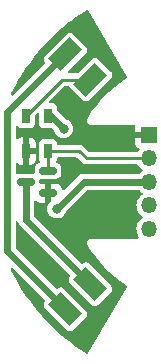
<source format=gbr>
%TF.GenerationSoftware,KiCad,Pcbnew,(6.0.7)*%
%TF.CreationDate,2022-08-13T19:12:00+02:00*%
%TF.ProjectId,Helios_PCB,48656c69-6f73-45f5-9043-422e6b696361,rev?*%
%TF.SameCoordinates,Original*%
%TF.FileFunction,Copper,L2,Bot*%
%TF.FilePolarity,Positive*%
%FSLAX46Y46*%
G04 Gerber Fmt 4.6, Leading zero omitted, Abs format (unit mm)*
G04 Created by KiCad (PCBNEW (6.0.7)) date 2022-08-13 19:12:00*
%MOMM*%
%LPD*%
G01*
G04 APERTURE LIST*
G04 Aperture macros list*
%AMRoundRect*
0 Rectangle with rounded corners*
0 $1 Rounding radius*
0 $2 $3 $4 $5 $6 $7 $8 $9 X,Y pos of 4 corners*
0 Add a 4 corners polygon primitive as box body*
4,1,4,$2,$3,$4,$5,$6,$7,$8,$9,$2,$3,0*
0 Add four circle primitives for the rounded corners*
1,1,$1+$1,$2,$3*
1,1,$1+$1,$4,$5*
1,1,$1+$1,$6,$7*
1,1,$1+$1,$8,$9*
0 Add four rect primitives between the rounded corners*
20,1,$1+$1,$2,$3,$4,$5,0*
20,1,$1+$1,$4,$5,$6,$7,0*
20,1,$1+$1,$6,$7,$8,$9,0*
20,1,$1+$1,$8,$9,$2,$3,0*%
%AMRotRect*
0 Rectangle, with rotation*
0 The origin of the aperture is its center*
0 $1 length*
0 $2 width*
0 $3 Rotation angle, in degrees counterclockwise*
0 Add horizontal line*
21,1,$1,$2,0,0,$3*%
G04 Aperture macros list end*
%TA.AperFunction,ComponentPad*%
%ADD10R,1.350000X1.350000*%
%TD*%
%TA.AperFunction,ComponentPad*%
%ADD11O,1.350000X1.350000*%
%TD*%
%TA.AperFunction,SMDPad,CuDef*%
%ADD12RotRect,1.500000X2.600000X225.000000*%
%TD*%
%TA.AperFunction,SMDPad,CuDef*%
%ADD13RoundRect,0.150000X0.587500X0.150000X-0.587500X0.150000X-0.587500X-0.150000X0.587500X-0.150000X0*%
%TD*%
%TA.AperFunction,SMDPad,CuDef*%
%ADD14R,0.700000X1.300000*%
%TD*%
%TA.AperFunction,SMDPad,CuDef*%
%ADD15RotRect,1.500000X2.600000X315.000000*%
%TD*%
%TA.AperFunction,ViaPad*%
%ADD16C,0.800000*%
%TD*%
%TA.AperFunction,Conductor*%
%ADD17C,0.600000*%
%TD*%
%TA.AperFunction,Conductor*%
%ADD18C,0.250000*%
%TD*%
G04 APERTURE END LIST*
D10*
%TO.P,J0,1,Pin_1*%
%TO.N,GND*%
X153837500Y-95500000D03*
D11*
%TO.P,J0,2,Pin_2*%
%TO.N,LED*%
X153837500Y-97500000D03*
%TO.P,J0,3,Pin_3*%
%TO.N,VCC*%
X153837500Y-99500000D03*
%TO.P,J0,4,Pin_4*%
%TO.N,O0*%
X153837500Y-101500000D03*
%TO.P,J0,5,Pin_5*%
%TO.N,O1*%
X153837500Y-103500000D03*
%TD*%
D12*
%TO.P,D1,1,K*%
%TO.N,Net-(D1-Pad1)*%
X148873160Y-108164340D03*
%TO.P,D1,2,A*%
%TO.N,Net-(D0-Pad1)*%
X146751840Y-110285660D03*
%TD*%
D13*
%TO.P,Q0,1,G*%
%TO.N,LED*%
X145275000Y-98550000D03*
%TO.P,Q0,2,S*%
%TO.N,GND*%
X145275000Y-100450000D03*
%TO.P,Q0,3,D*%
%TO.N,Net-(D1-Pad1)*%
X143400000Y-99500000D03*
%TD*%
D14*
%TO.P,R2,1*%
%TO.N,Net-(R2-Pad1)*%
X143387500Y-93900000D03*
%TO.P,R2,2*%
%TO.N,VCC*%
X145287500Y-93900000D03*
%TD*%
D15*
%TO.P,D0,1,K*%
%TO.N,Net-(D0-Pad1)*%
X146751840Y-88714340D03*
%TO.P,D0,2,A*%
%TO.N,Net-(R2-Pad1)*%
X148873160Y-90835660D03*
%TD*%
D14*
%TO.P,R3,1*%
%TO.N,LED*%
X145287500Y-96900000D03*
%TO.P,R3,2*%
%TO.N,GND*%
X143387500Y-96900000D03*
%TD*%
D16*
%TO.N,GND*%
X152000000Y-98400000D03*
%TO.N,VCC*%
X146600000Y-95000000D03*
X146000000Y-101800000D03*
%TD*%
D17*
%TO.N,Net-(D0-Pad1)*%
X146751840Y-110285660D02*
X141837500Y-105371320D01*
X141837500Y-93628680D02*
X146751840Y-88714340D01*
X141837500Y-105371320D02*
X141837500Y-93628680D01*
D18*
%TO.N,Net-(R2-Pad1)*%
X146451840Y-90835660D02*
X143387500Y-93900000D01*
X148873160Y-90835660D02*
X146451840Y-90835660D01*
D17*
%TO.N,Net-(D1-Pad1)*%
X143400000Y-99500000D02*
X143400000Y-102691180D01*
X143400000Y-102691180D02*
X148873160Y-108164340D01*
%TO.N,VCC*%
X145500000Y-93900000D02*
X146600000Y-95000000D01*
X148300000Y-99500000D02*
X146000000Y-101800000D01*
X145287500Y-93900000D02*
X145500000Y-93900000D01*
X153837500Y-99500000D02*
X148300000Y-99500000D01*
D18*
%TO.N,LED*%
X145287500Y-98537500D02*
X145275000Y-98550000D01*
X145287500Y-96900000D02*
X147937500Y-96900000D01*
X147937500Y-96900000D02*
X148537500Y-97500000D01*
X145287500Y-96900000D02*
X145287500Y-98537500D01*
X148537500Y-97500000D02*
X153837500Y-97500000D01*
%TD*%
%TA.AperFunction,Conductor*%
%TO.N,GND*%
G36*
X147737014Y-97444407D02*
G01*
X147748827Y-97454496D01*
X148156101Y-97861770D01*
X148158971Y-97864763D01*
X148199384Y-97908712D01*
X148205120Y-97912268D01*
X148205123Y-97912271D01*
X148235539Y-97931129D01*
X148243222Y-97936409D01*
X148277104Y-97962127D01*
X148283379Y-97964612D01*
X148283382Y-97964613D01*
X148292214Y-97968110D01*
X148307933Y-97976015D01*
X148321750Y-97984582D01*
X148328228Y-97986464D01*
X148328230Y-97986465D01*
X148346864Y-97991879D01*
X148362614Y-97996455D01*
X148371420Y-97999470D01*
X148410972Y-98015129D01*
X148417685Y-98015835D01*
X148417691Y-98015836D01*
X148427135Y-98016829D01*
X148444404Y-98020217D01*
X148455029Y-98023304D01*
X148455035Y-98023305D01*
X148460012Y-98024751D01*
X148465182Y-98025131D01*
X148465184Y-98025131D01*
X148468411Y-98025368D01*
X148468418Y-98025368D01*
X148470212Y-98025500D01*
X148504453Y-98025500D01*
X148514799Y-98026042D01*
X148554161Y-98030179D01*
X148573631Y-98026886D01*
X148590140Y-98025500D01*
X152840551Y-98025500D01*
X152898742Y-98044407D01*
X152921399Y-98067363D01*
X153016179Y-98201474D01*
X153157766Y-98339402D01*
X153161541Y-98341924D01*
X153161543Y-98341926D01*
X153275470Y-98418049D01*
X153313350Y-98466099D01*
X153315752Y-98527237D01*
X153281759Y-98578111D01*
X153271098Y-98585439D01*
X153202628Y-98626174D01*
X153199213Y-98629168D01*
X153199210Y-98629171D01*
X153091286Y-98723819D01*
X153054017Y-98756503D01*
X153049847Y-98761792D01*
X153049092Y-98762297D01*
X153048084Y-98763359D01*
X153047844Y-98763131D01*
X152998975Y-98795783D01*
X152972103Y-98799500D01*
X148327729Y-98799500D01*
X148320995Y-98799271D01*
X148317797Y-98799053D01*
X148263070Y-98795322D01*
X148257199Y-98796347D01*
X148257194Y-98796347D01*
X148200180Y-98806298D01*
X148195053Y-98807055D01*
X148137604Y-98814007D01*
X148137603Y-98814007D01*
X148131680Y-98814724D01*
X148123068Y-98817978D01*
X148105105Y-98822892D01*
X148096046Y-98824473D01*
X148090584Y-98826871D01*
X148090583Y-98826871D01*
X148037593Y-98850132D01*
X148032795Y-98852090D01*
X147973077Y-98874655D01*
X147968160Y-98878035D01*
X147968157Y-98878036D01*
X147965498Y-98879864D01*
X147949220Y-98888925D01*
X147940797Y-98892622D01*
X147936064Y-98896254D01*
X147890141Y-98931492D01*
X147885957Y-98934532D01*
X147833349Y-98970688D01*
X147829381Y-98975142D01*
X147791885Y-99017226D01*
X147787972Y-99021372D01*
X146657440Y-100151904D01*
X146602924Y-100179680D01*
X146542492Y-100170109D01*
X146499227Y-100126844D01*
X146492368Y-100109520D01*
X146472919Y-100042579D01*
X146468013Y-100031241D01*
X146389724Y-99898860D01*
X146382154Y-99889101D01*
X146273399Y-99780346D01*
X146263640Y-99772776D01*
X146131259Y-99694487D01*
X146119921Y-99689581D01*
X145971107Y-99646345D01*
X145961212Y-99644538D01*
X145930899Y-99642153D01*
X145927007Y-99642000D01*
X145544680Y-99642000D01*
X145531995Y-99646122D01*
X145529000Y-99650243D01*
X145529000Y-101099152D01*
X145510093Y-101157343D01*
X145499267Y-101169885D01*
X145375732Y-101290859D01*
X145278446Y-101441817D01*
X145217022Y-101610578D01*
X145194514Y-101788753D01*
X145201958Y-101864673D01*
X145211499Y-101961984D01*
X145211500Y-101961989D01*
X145212039Y-101967486D01*
X145268726Y-102137896D01*
X145271591Y-102142627D01*
X145271593Y-102142631D01*
X145344947Y-102263752D01*
X145361759Y-102291512D01*
X145486514Y-102420699D01*
X145491139Y-102423725D01*
X145491142Y-102423728D01*
X145632163Y-102516009D01*
X145636789Y-102519036D01*
X145805116Y-102581636D01*
X145810602Y-102582368D01*
X145810606Y-102582369D01*
X145942516Y-102599969D01*
X145983130Y-102605388D01*
X145988636Y-102604887D01*
X145988638Y-102604887D01*
X146072555Y-102597250D01*
X146161981Y-102589112D01*
X146184990Y-102581636D01*
X146327517Y-102535326D01*
X146327519Y-102535325D01*
X146332782Y-102533615D01*
X146337538Y-102530780D01*
X146337540Y-102530779D01*
X146474362Y-102449217D01*
X146487044Y-102441657D01*
X146617099Y-102317807D01*
X146716483Y-102168222D01*
X146766556Y-102036404D01*
X146789100Y-102001556D01*
X148561161Y-100229496D01*
X148615678Y-100201719D01*
X148631165Y-100200500D01*
X152974929Y-100200500D01*
X153033120Y-100219407D01*
X153044010Y-100228586D01*
X153097488Y-100280682D01*
X153157766Y-100339402D01*
X153161541Y-100341924D01*
X153161543Y-100341926D01*
X153275470Y-100418049D01*
X153313350Y-100466099D01*
X153315752Y-100527237D01*
X153281759Y-100578111D01*
X153271098Y-100585439D01*
X153202628Y-100626174D01*
X153199213Y-100629168D01*
X153199210Y-100629171D01*
X153178536Y-100647302D01*
X153054017Y-100756503D01*
X152931645Y-100911731D01*
X152839610Y-101086661D01*
X152838265Y-101090992D01*
X152838264Y-101090995D01*
X152786456Y-101257847D01*
X152780995Y-101275433D01*
X152757762Y-101471726D01*
X152770690Y-101668966D01*
X152771806Y-101673359D01*
X152771806Y-101673361D01*
X152801112Y-101788753D01*
X152819345Y-101860547D01*
X152902099Y-102040054D01*
X153016179Y-102201474D01*
X153157766Y-102339402D01*
X153161541Y-102341924D01*
X153161543Y-102341926D01*
X153275470Y-102418049D01*
X153313350Y-102466099D01*
X153315752Y-102527237D01*
X153281759Y-102578111D01*
X153271098Y-102585439D01*
X153202628Y-102626174D01*
X153199213Y-102629168D01*
X153199210Y-102629171D01*
X153086393Y-102728110D01*
X153054017Y-102756503D01*
X152931645Y-102911731D01*
X152839610Y-103086661D01*
X152838265Y-103090992D01*
X152838264Y-103090995D01*
X152819039Y-103152912D01*
X152780995Y-103275433D01*
X152757762Y-103471726D01*
X152770690Y-103668966D01*
X152819345Y-103860547D01*
X152902099Y-104040054D01*
X152904717Y-104043758D01*
X152975110Y-104143363D01*
X152993254Y-104201796D01*
X152973586Y-104259734D01*
X152923619Y-104295047D01*
X152894262Y-104299500D01*
X149046767Y-104299500D01*
X149034901Y-104298092D01*
X149034891Y-104298215D01*
X149027121Y-104297599D01*
X149019546Y-104295776D01*
X149011776Y-104296383D01*
X149011775Y-104296383D01*
X148975731Y-104299199D01*
X148968020Y-104299500D01*
X148955981Y-104299500D01*
X148944361Y-104301341D01*
X148936597Y-104302256D01*
X148914937Y-104303949D01*
X148900835Y-104305050D01*
X148900834Y-104305050D01*
X148893066Y-104305657D01*
X148885865Y-104308635D01*
X148878289Y-104310449D01*
X148878270Y-104310369D01*
X148877274Y-104310649D01*
X148877300Y-104310728D01*
X148869892Y-104313135D01*
X148862196Y-104314354D01*
X148855255Y-104317891D01*
X148855254Y-104317891D01*
X148823289Y-104334178D01*
X148816178Y-104337453D01*
X148783034Y-104351160D01*
X148783032Y-104351161D01*
X148775829Y-104354140D01*
X148769899Y-104359199D01*
X148763256Y-104363265D01*
X148763212Y-104363194D01*
X148762354Y-104363767D01*
X148762403Y-104363834D01*
X148756099Y-104368413D01*
X148749158Y-104371950D01*
X148718280Y-104402828D01*
X148712528Y-104408141D01*
X148679312Y-104436477D01*
X148675236Y-104443120D01*
X148670174Y-104449040D01*
X148670111Y-104448986D01*
X148669474Y-104449793D01*
X148669541Y-104449842D01*
X148664959Y-104456149D01*
X148659450Y-104461658D01*
X148639631Y-104500555D01*
X148635804Y-104507384D01*
X148612963Y-104544610D01*
X148611141Y-104552180D01*
X148608153Y-104559381D01*
X148608078Y-104559350D01*
X148607720Y-104560319D01*
X148607798Y-104560344D01*
X148605390Y-104567755D01*
X148601854Y-104574696D01*
X148600636Y-104582389D01*
X148595024Y-104617820D01*
X148593494Y-104625499D01*
X148583276Y-104667954D01*
X148583883Y-104675720D01*
X148583267Y-104683490D01*
X148583185Y-104683484D01*
X148583145Y-104684512D01*
X148583227Y-104684512D01*
X148583227Y-104692304D01*
X148582008Y-104700000D01*
X148583227Y-104707696D01*
X148583227Y-104707697D01*
X148588838Y-104743124D01*
X148589756Y-104750900D01*
X148593157Y-104794434D01*
X148596135Y-104801635D01*
X148597949Y-104809211D01*
X148597869Y-104809230D01*
X148598149Y-104810226D01*
X148598228Y-104810200D01*
X148600635Y-104817608D01*
X148601854Y-104825304D01*
X148605391Y-104832245D01*
X148605391Y-104832246D01*
X148621678Y-104864211D01*
X148624953Y-104871322D01*
X148638660Y-104904466D01*
X148641640Y-104911671D01*
X148646700Y-104917601D01*
X148648953Y-104921283D01*
X148650365Y-104923174D01*
X148653760Y-104928391D01*
X148653886Y-104928609D01*
X148654035Y-104928815D01*
X148656619Y-104932785D01*
X148659450Y-104938342D01*
X148660331Y-104939223D01*
X148660935Y-104941083D01*
X148661696Y-104940588D01*
X148958123Y-105396146D01*
X149300051Y-105862975D01*
X149667263Y-106310187D01*
X150058638Y-106736414D01*
X150472977Y-107140352D01*
X150605539Y-107256004D01*
X150907999Y-107519882D01*
X150908010Y-107519891D01*
X150909014Y-107520767D01*
X151365415Y-107876494D01*
X151840784Y-108206446D01*
X151887106Y-108234938D01*
X151910866Y-108249553D01*
X151950525Y-108296145D01*
X151955224Y-108357149D01*
X151944785Y-108383290D01*
X148700542Y-114015270D01*
X148655113Y-114056255D01*
X148594269Y-114062711D01*
X148563331Y-114050450D01*
X148329057Y-113908035D01*
X148325261Y-113905606D01*
X147682738Y-113473784D01*
X147679055Y-113471186D01*
X147056803Y-113010532D01*
X147053242Y-113007768D01*
X146452627Y-112519289D01*
X146449196Y-112516367D01*
X145915898Y-112040712D01*
X145871410Y-112001033D01*
X145868117Y-111997958D01*
X145314386Y-111456864D01*
X145311265Y-111453671D01*
X144782739Y-110887937D01*
X144779744Y-110884582D01*
X144763019Y-110864960D01*
X144277517Y-110295383D01*
X144274672Y-110291887D01*
X143799790Y-109680447D01*
X143797107Y-109676825D01*
X143350544Y-109044404D01*
X143348029Y-109040664D01*
X143197461Y-108805388D01*
X142930722Y-108388585D01*
X142928384Y-108384743D01*
X142919384Y-108369159D01*
X142541167Y-107714308D01*
X142539004Y-107710356D01*
X142182724Y-107023036D01*
X142180741Y-107018989D01*
X142144368Y-106940241D01*
X142137132Y-106879485D01*
X142166990Y-106826079D01*
X142222536Y-106800423D01*
X142282554Y-106812316D01*
X142304248Y-106828724D01*
X144985216Y-109509692D01*
X145012993Y-109564209D01*
X145003422Y-109624641D01*
X144995312Y-109637875D01*
X144940975Y-109712662D01*
X144901771Y-109833318D01*
X144901771Y-109960184D01*
X144904177Y-109967588D01*
X144904177Y-109967590D01*
X144907434Y-109977613D01*
X144940975Y-110080841D01*
X144996788Y-110157660D01*
X146879840Y-112040711D01*
X146956659Y-112096525D01*
X146964067Y-112098932D01*
X146964069Y-112098933D01*
X147069910Y-112133323D01*
X147069912Y-112133323D01*
X147077316Y-112135729D01*
X147204182Y-112135729D01*
X147264510Y-112116127D01*
X147317425Y-112098934D01*
X147317427Y-112098933D01*
X147324838Y-112096525D01*
X147331142Y-112091945D01*
X147398519Y-112042993D01*
X147398522Y-112042990D01*
X147401658Y-112040712D01*
X148506891Y-110935478D01*
X148562705Y-110858658D01*
X148601909Y-110738002D01*
X148601909Y-110611136D01*
X148562705Y-110490479D01*
X148506892Y-110413660D01*
X146623840Y-108530609D01*
X146547021Y-108474795D01*
X146539613Y-108472388D01*
X146539611Y-108472387D01*
X146433770Y-108437997D01*
X146433768Y-108437997D01*
X146426364Y-108435591D01*
X146299498Y-108435591D01*
X146239170Y-108455193D01*
X146186255Y-108472386D01*
X146186253Y-108472387D01*
X146178842Y-108474795D01*
X146172539Y-108479375D01*
X146172538Y-108479375D01*
X146104066Y-108529123D01*
X146045875Y-108548030D01*
X145987684Y-108529123D01*
X145975871Y-108519034D01*
X142566996Y-105110159D01*
X142539219Y-105055642D01*
X142538000Y-105040155D01*
X142538000Y-102942166D01*
X142556907Y-102883975D01*
X142606407Y-102848011D01*
X142667593Y-102848011D01*
X142717093Y-102883975D01*
X142727651Y-102902374D01*
X142750130Y-102953584D01*
X142752088Y-102958382D01*
X142774655Y-103018103D01*
X142778033Y-103023018D01*
X142778037Y-103023026D01*
X142779865Y-103025685D01*
X142788923Y-103041958D01*
X142792621Y-103050382D01*
X142796252Y-103055114D01*
X142796255Y-103055119D01*
X142831487Y-103101034D01*
X142834533Y-103105226D01*
X142870688Y-103157831D01*
X142875141Y-103161798D01*
X142875144Y-103161802D01*
X142917226Y-103199295D01*
X142921372Y-103203208D01*
X147106535Y-107388372D01*
X147134312Y-107442889D01*
X147124741Y-107503321D01*
X147116623Y-107516567D01*
X147104888Y-107532719D01*
X147062295Y-107591342D01*
X147023091Y-107711998D01*
X147023091Y-107838864D01*
X147062295Y-107959521D01*
X147066875Y-107965824D01*
X147066875Y-107965825D01*
X147115820Y-108033191D01*
X147118108Y-108036340D01*
X149001160Y-109919391D01*
X149077979Y-109975205D01*
X149085387Y-109977612D01*
X149085389Y-109977613D01*
X149191230Y-110012003D01*
X149191232Y-110012003D01*
X149198636Y-110014409D01*
X149325502Y-110014409D01*
X149385830Y-109994807D01*
X149438745Y-109977614D01*
X149438747Y-109977613D01*
X149446158Y-109975205D01*
X149466833Y-109960184D01*
X149519839Y-109921673D01*
X149519842Y-109921670D01*
X149522978Y-109919392D01*
X150628211Y-108814158D01*
X150684025Y-108737338D01*
X150723229Y-108616682D01*
X150723229Y-108489816D01*
X150719837Y-108479375D01*
X150686432Y-108376567D01*
X150684025Y-108369159D01*
X150678955Y-108362180D01*
X150630500Y-108295489D01*
X150630499Y-108295488D01*
X150628212Y-108292340D01*
X148745160Y-106409289D01*
X148718702Y-106390065D01*
X148674645Y-106358055D01*
X148674644Y-106358054D01*
X148668341Y-106353475D01*
X148660933Y-106351068D01*
X148660931Y-106351067D01*
X148555090Y-106316677D01*
X148555088Y-106316677D01*
X148547684Y-106314271D01*
X148420818Y-106314271D01*
X148360490Y-106333873D01*
X148307575Y-106351066D01*
X148307573Y-106351067D01*
X148300162Y-106353475D01*
X148293856Y-106358056D01*
X148293855Y-106358057D01*
X148225384Y-106407803D01*
X148167193Y-106426710D01*
X148109003Y-106407802D01*
X148097190Y-106397714D01*
X146130896Y-104431419D01*
X144129496Y-102430019D01*
X144101719Y-102375502D01*
X144100500Y-102360015D01*
X144100500Y-101182561D01*
X144119407Y-101124370D01*
X144168907Y-101088406D01*
X144230093Y-101088406D01*
X144269504Y-101112557D01*
X144276601Y-101119654D01*
X144286360Y-101127224D01*
X144418741Y-101205513D01*
X144430079Y-101210419D01*
X144578893Y-101253655D01*
X144588788Y-101255462D01*
X144619101Y-101257847D01*
X144622993Y-101258000D01*
X145005320Y-101258000D01*
X145018005Y-101253878D01*
X145021000Y-101249757D01*
X145021000Y-99657681D01*
X145016878Y-99644996D01*
X145012757Y-99642001D01*
X144637000Y-99642001D01*
X144578809Y-99623094D01*
X144542845Y-99573594D01*
X144538000Y-99543001D01*
X144538000Y-99349034D01*
X144556907Y-99290843D01*
X144606407Y-99254879D01*
X144642666Y-99250250D01*
X144644728Y-99250500D01*
X145905272Y-99250500D01*
X145995047Y-99239636D01*
X146135283Y-99184113D01*
X146140658Y-99180033D01*
X146140660Y-99180032D01*
X146250043Y-99097005D01*
X146255422Y-99092922D01*
X146346613Y-98972783D01*
X146402136Y-98832547D01*
X146413000Y-98742772D01*
X146413000Y-98357228D01*
X146402136Y-98267453D01*
X146346613Y-98127217D01*
X146294074Y-98057999D01*
X146259505Y-98012457D01*
X146255422Y-98007078D01*
X146225785Y-97984582D01*
X146140660Y-97919968D01*
X146140658Y-97919967D01*
X146135283Y-97915887D01*
X146041124Y-97878607D01*
X145993980Y-97839606D01*
X145978764Y-97780343D01*
X145989360Y-97741614D01*
X146019608Y-97682250D01*
X146019610Y-97682243D01*
X146023146Y-97675304D01*
X146034955Y-97600748D01*
X146037391Y-97585365D01*
X146037391Y-97585363D01*
X146038000Y-97581519D01*
X146038000Y-97524500D01*
X146056907Y-97466309D01*
X146106407Y-97430345D01*
X146137000Y-97425500D01*
X147678823Y-97425500D01*
X147737014Y-97444407D01*
G37*
%TD.AperFunction*%
%TA.AperFunction,Conductor*%
G36*
X148679320Y-84959095D02*
G01*
X148700541Y-84984729D01*
X151944127Y-90615568D01*
X151956789Y-90675429D01*
X151931848Y-90731300D01*
X151909999Y-90749438D01*
X151841815Y-90791143D01*
X151841791Y-90791159D01*
X151840628Y-90791870D01*
X151839509Y-90792643D01*
X151839493Y-90792654D01*
X151551977Y-90991425D01*
X151364328Y-91121154D01*
X151363251Y-91121991D01*
X151363235Y-91122003D01*
X151018309Y-91390156D01*
X150907180Y-91476550D01*
X150470615Y-91856947D01*
X150055998Y-92261155D01*
X150055085Y-92262151D01*
X150055070Y-92262166D01*
X149668832Y-92683323D01*
X149664627Y-92687908D01*
X149663749Y-92688980D01*
X149300578Y-93132390D01*
X149297724Y-93135874D01*
X148956438Y-93603650D01*
X148955690Y-93604806D01*
X148955683Y-93604816D01*
X148755362Y-93914354D01*
X148661099Y-94060009D01*
X148660988Y-94059937D01*
X148660822Y-94060286D01*
X148659450Y-94061658D01*
X148657296Y-94065886D01*
X148649143Y-94078484D01*
X148648652Y-94079144D01*
X148648381Y-94079590D01*
X148647269Y-94081362D01*
X148647248Y-94081412D01*
X148645670Y-94083850D01*
X148641050Y-94089296D01*
X148638094Y-94096501D01*
X148638092Y-94096504D01*
X148624742Y-94129044D01*
X148621360Y-94136413D01*
X148605391Y-94167753D01*
X148605390Y-94167756D01*
X148601854Y-94174696D01*
X148600636Y-94182389D01*
X148598339Y-94189458D01*
X148597567Y-94192214D01*
X148595854Y-94199455D01*
X148592895Y-94206667D01*
X148592310Y-94214438D01*
X148592309Y-94214441D01*
X148589668Y-94249513D01*
X148588729Y-94257561D01*
X148582008Y-94300000D01*
X148583226Y-94307694D01*
X148583226Y-94315109D01*
X148583345Y-94318021D01*
X148583952Y-94325407D01*
X148583367Y-94333175D01*
X148585212Y-94340746D01*
X148593537Y-94374917D01*
X148595132Y-94382864D01*
X148601854Y-94425304D01*
X148605391Y-94432247D01*
X148607682Y-94439296D01*
X148608684Y-94441999D01*
X148611554Y-94448862D01*
X148613399Y-94456435D01*
X148635983Y-94493011D01*
X148639933Y-94500037D01*
X148659450Y-94538342D01*
X148664954Y-94543846D01*
X148669311Y-94549843D01*
X148671108Y-94552115D01*
X148675956Y-94557754D01*
X148680049Y-94564382D01*
X148685988Y-94569420D01*
X148685989Y-94569421D01*
X148712812Y-94592174D01*
X148718774Y-94597666D01*
X148749158Y-94628050D01*
X148756099Y-94631587D01*
X148762110Y-94635954D01*
X148764527Y-94637563D01*
X148770859Y-94641414D01*
X148776796Y-94646450D01*
X148784000Y-94649405D01*
X148784002Y-94649407D01*
X148816544Y-94662758D01*
X148823913Y-94666140D01*
X148855253Y-94682109D01*
X148855256Y-94682110D01*
X148862196Y-94685646D01*
X148869889Y-94686864D01*
X148876958Y-94689161D01*
X148879714Y-94689933D01*
X148886955Y-94691646D01*
X148894167Y-94694605D01*
X148901938Y-94695190D01*
X148901941Y-94695191D01*
X148937019Y-94697833D01*
X148945062Y-94698771D01*
X148955981Y-94700500D01*
X148968721Y-94700500D01*
X148976156Y-94700780D01*
X149012904Y-94703548D01*
X149012906Y-94703548D01*
X149020675Y-94704133D01*
X149028245Y-94702289D01*
X149036011Y-94701651D01*
X149036029Y-94701874D01*
X149047471Y-94700500D01*
X152555500Y-94700500D01*
X152613691Y-94719407D01*
X152649655Y-94768907D01*
X152654500Y-94799500D01*
X152654500Y-95230320D01*
X152658622Y-95243005D01*
X152662743Y-95246000D01*
X153992500Y-95246000D01*
X154050691Y-95264907D01*
X154086655Y-95314407D01*
X154091500Y-95345000D01*
X154091500Y-95655000D01*
X154072593Y-95713191D01*
X154023093Y-95749155D01*
X153992500Y-95754000D01*
X152670181Y-95754000D01*
X152657496Y-95758122D01*
X152654501Y-95762243D01*
X152654501Y-96220411D01*
X152654790Y-96225751D01*
X152660578Y-96279035D01*
X152663427Y-96291020D01*
X152709851Y-96414855D01*
X152716559Y-96427108D01*
X152795363Y-96532256D01*
X152805244Y-96542137D01*
X152910392Y-96620941D01*
X152922643Y-96627648D01*
X152975568Y-96647489D01*
X153023418Y-96685620D01*
X153039717Y-96744595D01*
X153018561Y-96801479D01*
X152934458Y-96908162D01*
X152934455Y-96908166D01*
X152931645Y-96911731D01*
X152929532Y-96915748D01*
X152926454Y-96921598D01*
X152882625Y-96964291D01*
X152838841Y-96974500D01*
X148796177Y-96974500D01*
X148737986Y-96955593D01*
X148726173Y-96945504D01*
X148318899Y-96538230D01*
X148316029Y-96535237D01*
X148280184Y-96496256D01*
X148275616Y-96491288D01*
X148239465Y-96468873D01*
X148231779Y-96463591D01*
X148203270Y-96441951D01*
X148203269Y-96441951D01*
X148197896Y-96437872D01*
X148191625Y-96435389D01*
X148191623Y-96435388D01*
X148182783Y-96431888D01*
X148167058Y-96423979D01*
X148158986Y-96418974D01*
X148158984Y-96418973D01*
X148153250Y-96415418D01*
X148112403Y-96403550D01*
X148103582Y-96400530D01*
X148070306Y-96387356D01*
X148070303Y-96387355D01*
X148064028Y-96384871D01*
X148057315Y-96384165D01*
X148057309Y-96384164D01*
X148047865Y-96383171D01*
X148030596Y-96379783D01*
X148019971Y-96376696D01*
X148019965Y-96376695D01*
X148014988Y-96375249D01*
X148009818Y-96374869D01*
X148009816Y-96374869D01*
X148006589Y-96374632D01*
X148006582Y-96374632D01*
X148004788Y-96374500D01*
X147970546Y-96374500D01*
X147960200Y-96373958D01*
X147920838Y-96369821D01*
X147901369Y-96373114D01*
X147884859Y-96374500D01*
X146136999Y-96374500D01*
X146078808Y-96355593D01*
X146042844Y-96306093D01*
X146037999Y-96275500D01*
X146037999Y-96218482D01*
X146023146Y-96124696D01*
X145965550Y-96011658D01*
X145875842Y-95921950D01*
X145868905Y-95918415D01*
X145868903Y-95918414D01*
X145769744Y-95867890D01*
X145769743Y-95867890D01*
X145762804Y-95864354D01*
X145755110Y-95863135D01*
X145755109Y-95863135D01*
X145672865Y-95850109D01*
X145672863Y-95850109D01*
X145669019Y-95849500D01*
X145287550Y-95849500D01*
X144905982Y-95849501D01*
X144902139Y-95850110D01*
X144902134Y-95850110D01*
X144865283Y-95855947D01*
X144812196Y-95864354D01*
X144756478Y-95892744D01*
X144706097Y-95918414D01*
X144706095Y-95918415D01*
X144699158Y-95921950D01*
X144609450Y-96011658D01*
X144551854Y-96124696D01*
X144550635Y-96132390D01*
X144550635Y-96132391D01*
X144548485Y-96145965D01*
X144537000Y-96218481D01*
X144537001Y-97581518D01*
X144537610Y-97585361D01*
X144537610Y-97585366D01*
X144540046Y-97600748D01*
X144551854Y-97675304D01*
X144569736Y-97710399D01*
X144581444Y-97733378D01*
X144591015Y-97793810D01*
X144563237Y-97848327D01*
X144529678Y-97870371D01*
X144436517Y-97907256D01*
X144414717Y-97915887D01*
X144409342Y-97919967D01*
X144409340Y-97919968D01*
X144324215Y-97984582D01*
X144294578Y-98007078D01*
X144290495Y-98012457D01*
X144255927Y-98057999D01*
X144203387Y-98127217D01*
X144147864Y-98267453D01*
X144137000Y-98357228D01*
X144137000Y-98700966D01*
X144118093Y-98759157D01*
X144068593Y-98795121D01*
X144032334Y-98799750D01*
X144030272Y-98799500D01*
X143408769Y-98799500D01*
X143408250Y-98799499D01*
X143323115Y-98799053D01*
X143323113Y-98799053D01*
X143318895Y-98799031D01*
X143317439Y-98799381D01*
X143315371Y-98799500D01*
X142769728Y-98799500D01*
X142679953Y-98810364D01*
X142674043Y-98812704D01*
X142674035Y-98812706D01*
X142673443Y-98812941D01*
X142673003Y-98812969D01*
X142667879Y-98814270D01*
X142667634Y-98813306D01*
X142612378Y-98816782D01*
X142560718Y-98783997D01*
X142538000Y-98720893D01*
X142538000Y-98008445D01*
X142556907Y-97950254D01*
X142606407Y-97914290D01*
X142667593Y-97914290D01*
X142696372Y-97929224D01*
X142785392Y-97995941D01*
X142797645Y-98002649D01*
X142921478Y-98049072D01*
X142933467Y-98051923D01*
X142986752Y-98057711D01*
X142992086Y-98058000D01*
X143117820Y-98058000D01*
X143130505Y-98053878D01*
X143133500Y-98049757D01*
X143133500Y-98042319D01*
X143641500Y-98042319D01*
X143645622Y-98055004D01*
X143649743Y-98057999D01*
X143782911Y-98057999D01*
X143788251Y-98057710D01*
X143841535Y-98051922D01*
X143853520Y-98049073D01*
X143977355Y-98002649D01*
X143989608Y-97995941D01*
X144094756Y-97917137D01*
X144104637Y-97907256D01*
X144183441Y-97802108D01*
X144190149Y-97789855D01*
X144236572Y-97666022D01*
X144239423Y-97654033D01*
X144245211Y-97600748D01*
X144245500Y-97595414D01*
X144245500Y-97169680D01*
X144241378Y-97156995D01*
X144237257Y-97154000D01*
X143657180Y-97154000D01*
X143644495Y-97158122D01*
X143641500Y-97162243D01*
X143641500Y-98042319D01*
X143133500Y-98042319D01*
X143133500Y-96630320D01*
X143641500Y-96630320D01*
X143645622Y-96643005D01*
X143649743Y-96646000D01*
X144229819Y-96646000D01*
X144242504Y-96641878D01*
X144245499Y-96637757D01*
X144245499Y-96204589D01*
X144245210Y-96199249D01*
X144239422Y-96145965D01*
X144236573Y-96133980D01*
X144190149Y-96010145D01*
X144183441Y-95997892D01*
X144104637Y-95892744D01*
X144094756Y-95882863D01*
X143989608Y-95804059D01*
X143977355Y-95797351D01*
X143853522Y-95750928D01*
X143841533Y-95748077D01*
X143788248Y-95742289D01*
X143782914Y-95742000D01*
X143657180Y-95742000D01*
X143644495Y-95746122D01*
X143641500Y-95750243D01*
X143641500Y-96630320D01*
X143133500Y-96630320D01*
X143133500Y-95757681D01*
X143129378Y-95744996D01*
X143125257Y-95742001D01*
X142992089Y-95742001D01*
X142986749Y-95742290D01*
X142933465Y-95748078D01*
X142921480Y-95750927D01*
X142797645Y-95797351D01*
X142785392Y-95804059D01*
X142696372Y-95870776D01*
X142638469Y-95890544D01*
X142580004Y-95872502D01*
X142543310Y-95823541D01*
X142538000Y-95791555D01*
X142538000Y-94854979D01*
X142556907Y-94796788D01*
X142606407Y-94760824D01*
X142667593Y-94760824D01*
X142707774Y-94790018D01*
X142709450Y-94788342D01*
X142799158Y-94878050D01*
X142806095Y-94881585D01*
X142806097Y-94881586D01*
X142905256Y-94932110D01*
X142912196Y-94935646D01*
X142919890Y-94936865D01*
X142919891Y-94936865D01*
X143002135Y-94949891D01*
X143002137Y-94949891D01*
X143005981Y-94950500D01*
X143387451Y-94950500D01*
X143769018Y-94950499D01*
X143772861Y-94949890D01*
X143772866Y-94949890D01*
X143809717Y-94944053D01*
X143862804Y-94935646D01*
X143919323Y-94906848D01*
X143968903Y-94881586D01*
X143968905Y-94881585D01*
X143975842Y-94878050D01*
X144065550Y-94788342D01*
X144079572Y-94760824D01*
X144119610Y-94682244D01*
X144119610Y-94682243D01*
X144123146Y-94675304D01*
X144124598Y-94666140D01*
X144137391Y-94585365D01*
X144137391Y-94585363D01*
X144138000Y-94581519D01*
X144137999Y-93933678D01*
X144156906Y-93875487D01*
X144166995Y-93863674D01*
X144367996Y-93662673D01*
X144422513Y-93634896D01*
X144482945Y-93644467D01*
X144526210Y-93687732D01*
X144537000Y-93732677D01*
X144537001Y-94167753D01*
X144537001Y-94581518D01*
X144537610Y-94585361D01*
X144537610Y-94585366D01*
X144539558Y-94597666D01*
X144551854Y-94675304D01*
X144609450Y-94788342D01*
X144699158Y-94878050D01*
X144706095Y-94881585D01*
X144706097Y-94881586D01*
X144805256Y-94932110D01*
X144812196Y-94935646D01*
X144819890Y-94936865D01*
X144819891Y-94936865D01*
X144902135Y-94949891D01*
X144902137Y-94949891D01*
X144905981Y-94950500D01*
X144962673Y-94950500D01*
X145518836Y-94950499D01*
X145577027Y-94969406D01*
X145588840Y-94979496D01*
X145813042Y-95203699D01*
X145836977Y-95242452D01*
X145868726Y-95337896D01*
X145871591Y-95342627D01*
X145871593Y-95342631D01*
X145897247Y-95384990D01*
X145961759Y-95491512D01*
X146086514Y-95620699D01*
X146091139Y-95623725D01*
X146091142Y-95623728D01*
X146227857Y-95713191D01*
X146236789Y-95719036D01*
X146405116Y-95781636D01*
X146410602Y-95782368D01*
X146410606Y-95782369D01*
X146572408Y-95803957D01*
X146583130Y-95805388D01*
X146588636Y-95804887D01*
X146588638Y-95804887D01*
X146672556Y-95797250D01*
X146761981Y-95789112D01*
X146784990Y-95781636D01*
X146927517Y-95735326D01*
X146927519Y-95735325D01*
X146932782Y-95733615D01*
X146937538Y-95730780D01*
X146937540Y-95730779D01*
X147082293Y-95644489D01*
X147087044Y-95641657D01*
X147217099Y-95517807D01*
X147316483Y-95368222D01*
X147380257Y-95200336D01*
X147405251Y-95022493D01*
X147405565Y-95000000D01*
X147398483Y-94936864D01*
X147386163Y-94827025D01*
X147386162Y-94827021D01*
X147385546Y-94821528D01*
X147331946Y-94667609D01*
X147328305Y-94657153D01*
X147328305Y-94657152D01*
X147326485Y-94651927D01*
X147280055Y-94577624D01*
X147234247Y-94504315D01*
X147234245Y-94504313D01*
X147231316Y-94499625D01*
X147104770Y-94372193D01*
X146953136Y-94275963D01*
X146839795Y-94235605D01*
X146803001Y-94212345D01*
X146066995Y-93476338D01*
X146039218Y-93421821D01*
X146037999Y-93406334D01*
X146037999Y-93218482D01*
X146023146Y-93124696D01*
X145965550Y-93011658D01*
X145875842Y-92921950D01*
X145868905Y-92918415D01*
X145868903Y-92918414D01*
X145769744Y-92867890D01*
X145769743Y-92867890D01*
X145762804Y-92864354D01*
X145755110Y-92863135D01*
X145755109Y-92863135D01*
X145672865Y-92850109D01*
X145672863Y-92850109D01*
X145669019Y-92849500D01*
X145661200Y-92849500D01*
X145420174Y-92849501D01*
X145361986Y-92830594D01*
X145326022Y-92781094D01*
X145326021Y-92719909D01*
X145350172Y-92680497D01*
X146640513Y-91390156D01*
X146695030Y-91362379D01*
X146710517Y-91361160D01*
X146978794Y-91361160D01*
X147036985Y-91380067D01*
X147061745Y-91409058D01*
X147062295Y-91408658D01*
X147112291Y-91477471D01*
X147118108Y-91485478D01*
X148223342Y-92590711D01*
X148300162Y-92646525D01*
X148420818Y-92685729D01*
X148547684Y-92685729D01*
X148555088Y-92683323D01*
X148555090Y-92683323D01*
X148660933Y-92648932D01*
X148668341Y-92646525D01*
X148745160Y-92590712D01*
X150628211Y-90707660D01*
X150684025Y-90630841D01*
X150688988Y-90615568D01*
X150720823Y-90517590D01*
X150720823Y-90517588D01*
X150723229Y-90510184D01*
X150723229Y-90383318D01*
X150684025Y-90262662D01*
X150668834Y-90241753D01*
X150630493Y-90188981D01*
X150630490Y-90188978D01*
X150628212Y-90185842D01*
X149522978Y-89080609D01*
X149446158Y-89024795D01*
X149325502Y-88985591D01*
X149198636Y-88985591D01*
X149191232Y-88987997D01*
X149191230Y-88987997D01*
X149089612Y-89021015D01*
X149077979Y-89024795D01*
X149071677Y-89029374D01*
X149071675Y-89029375D01*
X149046584Y-89047605D01*
X149001160Y-89080608D01*
X148998412Y-89083356D01*
X147800605Y-90281164D01*
X147746088Y-90308941D01*
X147730601Y-90310160D01*
X147022080Y-90310160D01*
X146963889Y-90291253D01*
X146927925Y-90241753D01*
X146927925Y-90180567D01*
X146952076Y-90141156D01*
X148504148Y-88589083D01*
X148506891Y-88586340D01*
X148562705Y-88509521D01*
X148601909Y-88388864D01*
X148601909Y-88261998D01*
X148562705Y-88141342D01*
X148506892Y-88064522D01*
X147401658Y-86959289D01*
X147324838Y-86903475D01*
X147204182Y-86864271D01*
X147077316Y-86864271D01*
X147069912Y-86866677D01*
X147069910Y-86866677D01*
X146968292Y-86899695D01*
X146956659Y-86903475D01*
X146879840Y-86959288D01*
X144996789Y-88842340D01*
X144940975Y-88919159D01*
X144938568Y-88926567D01*
X144938567Y-88926569D01*
X144905164Y-89029375D01*
X144901771Y-89039816D01*
X144901771Y-89166682D01*
X144940975Y-89287338D01*
X144945555Y-89293641D01*
X144945555Y-89293642D01*
X144995303Y-89362114D01*
X145014210Y-89420305D01*
X144995303Y-89478496D01*
X144985214Y-89490309D01*
X142304197Y-92171326D01*
X142249680Y-92199103D01*
X142189248Y-92189532D01*
X142145983Y-92146267D01*
X142136412Y-92085835D01*
X142144317Y-92059809D01*
X142180717Y-91981003D01*
X142182700Y-91976956D01*
X142538980Y-91289636D01*
X142541144Y-91285682D01*
X142763510Y-90900675D01*
X142928367Y-90615240D01*
X142930705Y-90611398D01*
X143000464Y-90502395D01*
X143348012Y-89959324D01*
X143350524Y-89955588D01*
X143797088Y-89323167D01*
X143799771Y-89319545D01*
X144274655Y-88708105D01*
X144277500Y-88704609D01*
X144443791Y-88509521D01*
X144779734Y-88115403D01*
X144782729Y-88112048D01*
X145311237Y-87546338D01*
X145314388Y-87543115D01*
X145868115Y-87002026D01*
X145871410Y-86998950D01*
X145891044Y-86981439D01*
X146449188Y-86483628D01*
X146452618Y-86480707D01*
X147053225Y-85992237D01*
X147056785Y-85989473D01*
X147219735Y-85868842D01*
X147679035Y-85528823D01*
X147682718Y-85526224D01*
X148325283Y-85094377D01*
X148329080Y-85091949D01*
X148563331Y-84949549D01*
X148622876Y-84935479D01*
X148679320Y-84959095D01*
G37*
%TD.AperFunction*%
%TD*%
M02*

</source>
